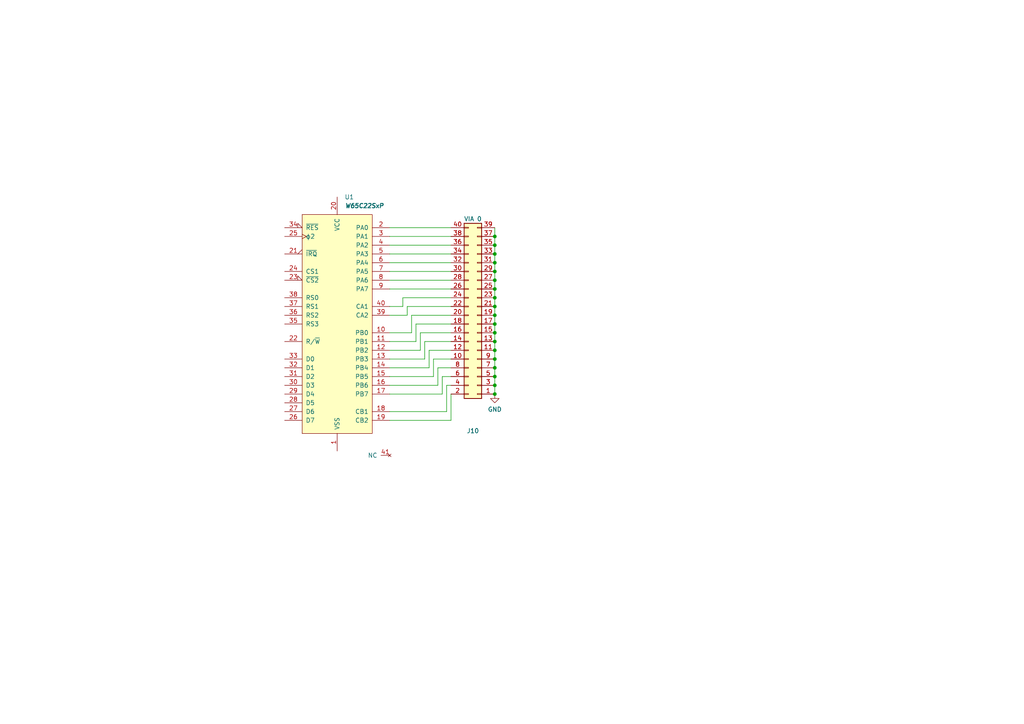
<source format=kicad_sch>
(kicad_sch (version 20250114) (generator "eeschema") (generator_version "9.0")
  (paper "A4")
  (lib_symbols
    (symbol "BB816:W65C22SxP" (pin_names (offset 1.016))
      (property "Reference" "U" (at -10.16 33.02 0))
      (property "Value" "W65C22SxP" (at 0 0 90))
      (symbol "W65C22SxP_0_1"
        (rectangle (start -10.16 31.75) (end 10.16 -31.75) (fill (type background)))
      )
      (symbol "W65C22SxP_1_0"
        (pin no_connect line (at 15.24 -38.1 180) (length 2.54) (name "NC") (number "41"))
      )
      (symbol "W65C22SxP_1_1"
        (pin input input_low (at -15.24 27.94 0) (length 5.08) (name "~{RES}") (number "34"))
        (pin input clock (at -15.24 25.4 0) (length 5.08) (name "ϕ2") (number "25"))
        (pin output output_low (at -15.24 20.32 0) (length 5.08) (name "~{IRQ}") (number "21"))
        (pin input line (at -15.24 15.24 0) (length 5.08) (name "CS1") (number "24"))
        (pin input input_low (at -15.24 12.7 0) (length 5.08) (name "~{CS2}") (number "23"))
        (pin input line (at -15.24 7.62 0) (length 5.08) (name "RS0") (number "38"))
        (pin input line (at -15.24 5.08 0) (length 5.08) (name "RS1") (number "37"))
        (pin input line (at -15.24 2.54 0) (length 5.08) (name "RS2") (number "36"))
        (pin input line (at -15.24 0 0) (length 5.08) (name "RS3") (number "35"))
        (pin input line (at -15.24 -5.08 0) (length 5.08) (name "R/~{W}") (number "22"))
        (pin bidirectional line (at -15.24 -10.16 0) (length 5.08) (name "D0") (number "33"))
        (pin bidirectional line (at -15.24 -12.7 0) (length 5.08) (name "D1") (number "32"))
        (pin bidirectional line (at -15.24 -15.24 0) (length 5.08) (name "D2") (number "31"))
        (pin bidirectional line (at -15.24 -17.78 0) (length 5.08) (name "D3") (number "30"))
        (pin bidirectional line (at -15.24 -20.32 0) (length 5.08) (name "D4") (number "29"))
        (pin bidirectional line (at -15.24 -22.86 0) (length 5.08) (name "D5") (number "28"))
        (pin bidirectional line (at -15.24 -25.4 0) (length 5.08) (name "D6") (number "27"))
        (pin bidirectional line (at -15.24 -27.94 0) (length 5.08) (name "D7") (number "26"))
        (pin power_in line (at 0 36.83 270) (length 5.08) (name "VCC") (number "20"))
        (pin power_in line (at 0 -36.83 90) (length 5.08) (name "VSS") (number "1"))
        (pin bidirectional line (at 15.24 27.94 180) (length 5.08) (name "PA0") (number "2"))
        (pin bidirectional line (at 15.24 25.4 180) (length 5.08) (name "PA1") (number "3"))
        (pin bidirectional line (at 15.24 22.86 180) (length 5.08) (name "PA2") (number "4"))
        (pin bidirectional line (at 15.24 20.32 180) (length 5.08) (name "PA3") (number "5"))
        (pin bidirectional line (at 15.24 17.78 180) (length 5.08) (name "PA4") (number "6"))
        (pin bidirectional line (at 15.24 15.24 180) (length 5.08) (name "PA5") (number "7"))
        (pin bidirectional line (at 15.24 12.7 180) (length 5.08) (name "PA6") (number "8"))
        (pin bidirectional line (at 15.24 10.16 180) (length 5.08) (name "PA7") (number "9"))
        (pin input line (at 15.24 5.08 180) (length 5.08) (name "CA1") (number "40"))
        (pin bidirectional line (at 15.24 2.54 180) (length 5.08) (name "CA2") (number "39"))
        (pin bidirectional line (at 15.24 -2.54 180) (length 5.08) (name "PB0") (number "10"))
        (pin bidirectional line (at 15.24 -5.08 180) (length 5.08) (name "PB1") (number "11"))
        (pin bidirectional line (at 15.24 -7.62 180) (length 5.08) (name "PB2") (number "12"))
        (pin bidirectional line (at 15.24 -10.16 180) (length 5.08) (name "PB3") (number "13"))
        (pin bidirectional line (at 15.24 -12.7 180) (length 5.08) (name "PB4") (number "14"))
        (pin bidirectional line (at 15.24 -15.24 180) (length 5.08) (name "PB5") (number "15"))
        (pin bidirectional line (at 15.24 -17.78 180) (length 5.08) (name "PB6") (number "16"))
        (pin bidirectional line (at 15.24 -20.32 180) (length 5.08) (name "PB7") (number "17"))
        (pin input line (at 15.24 -25.4 180) (length 5.08) (name "CB1") (number "18"))
        (pin bidirectional line (at 15.24 -27.94 180) (length 5.08) (name "CB2") (number "19"))
      )
    )
    (symbol "Connector_Generic:Conn_02x20_Odd_Even" (pin_names (offset 1.016) (hide yes))
      (property "Reference" "J" (at 1.27 25.4 0))
      (property "Value" "Conn_02x20_Odd_Even" (at 1.27 -27.94 0))
      (symbol "Conn_02x20_Odd_Even_1_1"
        (rectangle (start -1.27 24.13) (end 3.81 -26.67) (stroke (width 0.254)) (fill (type background)))
        (rectangle (start -1.27 22.987) (end 0 22.733) (stroke (width 0.1524)))
        (rectangle (start -1.27 20.447) (end 0 20.193) (stroke (width 0.1524)))
        (rectangle (start -1.27 17.907) (end 0 17.653) (stroke (width 0.1524)))
        (rectangle (start -1.27 15.367) (end 0 15.113) (stroke (width 0.1524)))
        (rectangle (start -1.27 12.827) (end 0 12.573) (stroke (width 0.1524)))
        (rectangle (start -1.27 10.287) (end 0 10.033) (stroke (width 0.1524)))
        (rectangle (start -1.27 7.747) (end 0 7.493) (stroke (width 0.1524)))
        (rectangle (start -1.27 5.207) (end 0 4.953) (stroke (width 0.1524)))
        (rectangle (start -1.27 2.667) (end 0 2.413) (stroke (width 0.1524)))
        (rectangle (start -1.27 0.127) (end 0 -0.127) (stroke (width 0.1524)))
        (rectangle (start -1.27 -2.413) (end 0 -2.667) (stroke (width 0.1524)))
        (rectangle (start -1.27 -4.953) (end 0 -5.207) (stroke (width 0.1524)))
        (rectangle (start -1.27 -7.493) (end 0 -7.747) (stroke (width 0.1524)))
        (rectangle (start -1.27 -10.033) (end 0 -10.287) (stroke (width 0.1524)))
        (rectangle (start -1.27 -12.573) (end 0 -12.827) (stroke (width 0.1524)))
        (rectangle (start -1.27 -15.113) (end 0 -15.367) (stroke (width 0.1524)))
        (rectangle (start -1.27 -17.653) (end 0 -17.907) (stroke (width 0.1524)))
        (rectangle (start -1.27 -20.193) (end 0 -20.447) (stroke (width 0.1524)))
        (rectangle (start -1.27 -22.733) (end 0 -22.987) (stroke (width 0.1524)))
        (rectangle (start -1.27 -25.273) (end 0 -25.527) (stroke (width 0.1524)))
        (rectangle (start 3.81 22.987) (end 2.54 22.733) (stroke (width 0.1524)))
        (rectangle (start 3.81 20.447) (end 2.54 20.193) (stroke (width 0.1524)))
        (rectangle (start 3.81 17.907) (end 2.54 17.653) (stroke (width 0.1524)))
        (rectangle (start 3.81 15.367) (end 2.54 15.113) (stroke (width 0.1524)))
        (rectangle (start 3.81 12.827) (end 2.54 12.573) (stroke (width 0.1524)))
        (rectangle (start 3.81 10.287) (end 2.54 10.033) (stroke (width 0.1524)))
        (rectangle (start 3.81 7.747) (end 2.54 7.493) (stroke (width 0.1524)))
        (rectangle (start 3.81 5.207) (end 2.54 4.953) (stroke (width 0.1524)))
        (rectangle (start 3.81 2.667) (end 2.54 2.413) (stroke (width 0.1524)))
        (rectangle (start 3.81 0.127) (end 2.54 -0.127) (stroke (width 0.1524)))
        (rectangle (start 3.81 -2.413) (end 2.54 -2.667) (stroke (width 0.1524)))
        (rectangle (start 3.81 -4.953) (end 2.54 -5.207) (stroke (width 0.1524)))
        (rectangle (start 3.81 -7.493) (end 2.54 -7.747) (stroke (width 0.1524)))
        (rectangle (start 3.81 -10.033) (end 2.54 -10.287) (stroke (width 0.1524)))
        (rectangle (start 3.81 -12.573) (end 2.54 -12.827) (stroke (width 0.1524)))
        (rectangle (start 3.81 -15.113) (end 2.54 -15.367) (stroke (width 0.1524)))
        (rectangle (start 3.81 -17.653) (end 2.54 -17.907) (stroke (width 0.1524)))
        (rectangle (start 3.81 -20.193) (end 2.54 -20.447) (stroke (width 0.1524)))
        (rectangle (start 3.81 -22.733) (end 2.54 -22.987) (stroke (width 0.1524)))
        (rectangle (start 3.81 -25.273) (end 2.54 -25.527) (stroke (width 0.1524)))
        (pin passive line (at -5.08 22.86 0) (length 3.81) (name "Pin_1") (number "1"))
        (pin passive line (at -5.08 20.32 0) (length 3.81) (name "Pin_3") (number "3"))
        (pin passive line (at -5.08 17.78 0) (length 3.81) (name "Pin_5") (number "5"))
        (pin passive line (at -5.08 15.24 0) (length 3.81) (name "Pin_7") (number "7"))
        (pin passive line (at -5.08 12.7 0) (length 3.81) (name "Pin_9") (number "9"))
        (pin passive line (at -5.08 10.16 0) (length 3.81) (name "Pin_11") (number "11"))
        (pin passive line (at -5.08 7.62 0) (length 3.81) (name "Pin_13") (number "13"))
        (pin passive line (at -5.08 5.08 0) (length 3.81) (name "Pin_15") (number "15"))
        (pin passive line (at -5.08 2.54 0) (length 3.81) (name "Pin_17") (number "17"))
        (pin passive line (at -5.08 0 0) (length 3.81) (name "Pin_19") (number "19"))
        (pin passive line (at -5.08 -2.54 0) (length 3.81) (name "Pin_21") (number "21"))
        (pin passive line (at -5.08 -5.08 0) (length 3.81) (name "Pin_23") (number "23"))
        (pin passive line (at -5.08 -7.62 0) (length 3.81) (name "Pin_25") (number "25"))
        (pin passive line (at -5.08 -10.16 0) (length 3.81) (name "Pin_27") (number "27"))
        (pin passive line (at -5.08 -12.7 0) (length 3.81) (name "Pin_29") (number "29"))
        (pin passive line (at -5.08 -15.24 0) (length 3.81) (name "Pin_31") (number "31"))
        (pin passive line (at -5.08 -17.78 0) (length 3.81) (name "Pin_33") (number "33"))
        (pin passive line (at -5.08 -20.32 0) (length 3.81) (name "Pin_35") (number "35"))
        (pin passive line (at -5.08 -22.86 0) (length 3.81) (name "Pin_37") (number "37"))
        (pin passive line (at -5.08 -25.4 0) (length 3.81) (name "Pin_39") (number "39"))
        (pin passive line (at 7.62 22.86 180) (length 3.81) (name "Pin_2") (number "2"))
        (pin passive line (at 7.62 20.32 180) (length 3.81) (name "Pin_4") (number "4"))
        (pin passive line (at 7.62 17.78 180) (length 3.81) (name "Pin_6") (number "6"))
        (pin passive line (at 7.62 15.24 180) (length 3.81) (name "Pin_8") (number "8"))
        (pin passive line (at 7.62 12.7 180) (length 3.81) (name "Pin_10") (number "10"))
        (pin passive line (at 7.62 10.16 180) (length 3.81) (name "Pin_12") (number "12"))
        (pin passive line (at 7.62 7.62 180) (length 3.81) (name "Pin_14") (number "14"))
        (pin passive line (at 7.62 5.08 180) (length 3.81) (name "Pin_16") (number "16"))
        (pin passive line (at 7.62 2.54 180) (length 3.81) (name "Pin_18") (number "18"))
        (pin passive line (at 7.62 0 180) (length 3.81) (name "Pin_20") (number "20"))
        (pin passive line (at 7.62 -2.54 180) (length 3.81) (name "Pin_22") (number "22"))
        (pin passive line (at 7.62 -5.08 180) (length 3.81) (name "Pin_24") (number "24"))
        (pin passive line (at 7.62 -7.62 180) (length 3.81) (name "Pin_26") (number "26"))
        (pin passive line (at 7.62 -10.16 180) (length 3.81) (name "Pin_28") (number "28"))
        (pin passive line (at 7.62 -12.7 180) (length 3.81) (name "Pin_30") (number "30"))
        (pin passive line (at 7.62 -15.24 180) (length 3.81) (name "Pin_32") (number "32"))
        (pin passive line (at 7.62 -17.78 180) (length 3.81) (name "Pin_34") (number "34"))
        (pin passive line (at 7.62 -20.32 180) (length 3.81) (name "Pin_36") (number "36"))
        (pin passive line (at 7.62 -22.86 180) (length 3.81) (name "Pin_38") (number "38"))
        (pin passive line (at 7.62 -25.4 180) (length 3.81) (name "Pin_40") (number "40"))
      )
    )
    (symbol "power:GND" (power) (pin_names (offset 0))
      (property "Value" "GND" (at 0 -3.81 0))
      (symbol "GND_0_1"
        (polyline (pts (xy 0 0) (xy 0 -1.27) (xy 1.27 -1.27) (xy 0 -2.54) (xy -1.27 -1.27) (xy 0 -1.27)))
      )
      (symbol "GND_1_1"
        (pin power_in line (at 0 0 270) (length 0) (hide yes) (name "GND") (number "1"))
      )
    )
  )
  (junction (at 143.51 111.76))
  (junction (at 143.51 86.36))
  (junction (at 143.51 101.6))
  (junction (at 143.51 99.06))
  (junction (at 143.51 78.74))
  (junction (at 143.51 96.52))
  (junction (at 143.51 91.44))
  (junction (at 143.51 83.82))
  (junction (at 143.51 114.3))
  (junction (at 143.51 71.12))
  (junction (at 143.51 76.2))
  (junction (at 143.51 68.58))
  (junction (at 143.51 81.28))
  (junction (at 143.51 88.9))
  (junction (at 143.51 73.66))
  (junction (at 143.51 106.68))
  (junction (at 143.51 109.22))
  (junction (at 143.51 93.98))
  (junction (at 143.51 104.14))
  (wire (pts (xy 143.51 88.9) (xy 143.51 91.44)))
  (wire (pts (xy 143.51 73.66) (xy 143.51 76.2)))
  (wire (pts (xy 113.03 111.76) (xy 127 111.76)))
  (wire (pts (xy 143.51 111.76) (xy 143.51 114.3)))
  (wire (pts (xy 113.03 121.92) (xy 130.81 121.92)))
  (wire (pts (xy 129.54 119.38) (xy 129.54 111.76)))
  (wire (pts (xy 113.03 114.3) (xy 128.27 114.3)))
  (wire (pts (xy 143.51 76.2) (xy 143.51 78.74)))
  (wire (pts (xy 113.03 104.14) (xy 123.19 104.14)))
  (wire (pts (xy 113.03 81.28) (xy 130.81 81.28)))
  (wire (pts (xy 121.92 101.6) (xy 121.92 96.52)))
  (wire (pts (xy 113.03 91.44) (xy 118.11 91.44)))
  (wire (pts (xy 130.81 121.92) (xy 130.81 114.3)))
  (wire (pts (xy 113.03 96.52) (xy 119.38 96.52)))
  (wire (pts (xy 124.46 101.6) (xy 130.81 101.6)))
  (wire (pts (xy 113.03 76.2) (xy 130.81 76.2)))
  (wire (pts (xy 113.03 109.22) (xy 125.73 109.22)))
  (wire (pts (xy 143.51 91.44) (xy 143.51 93.98)))
  (wire (pts (xy 125.73 104.14) (xy 130.81 104.14)))
  (wire (pts (xy 143.51 101.6) (xy 143.51 104.14)))
  (wire (pts (xy 113.03 73.66) (xy 130.81 73.66)))
  (wire (pts (xy 143.51 71.12) (xy 143.51 73.66)))
  (wire (pts (xy 113.03 71.12) (xy 130.81 71.12)))
  (wire (pts (xy 143.51 93.98) (xy 143.51 96.52)))
  (wire (pts (xy 116.84 88.9) (xy 116.84 86.36)))
  (wire (pts (xy 113.03 83.82) (xy 130.81 83.82)))
  (wire (pts (xy 143.51 83.82) (xy 143.51 86.36)))
  (wire (pts (xy 116.84 86.36) (xy 130.81 86.36)))
  (wire (pts (xy 113.03 106.68) (xy 124.46 106.68)))
  (wire (pts (xy 143.51 78.74) (xy 143.51 81.28)))
  (wire (pts (xy 143.51 66.04) (xy 143.51 68.58)))
  (wire (pts (xy 123.19 104.14) (xy 123.19 99.06)))
  (wire (pts (xy 113.03 68.58) (xy 130.81 68.58)))
  (wire (pts (xy 120.65 93.98) (xy 130.81 93.98)))
  (wire (pts (xy 127 111.76) (xy 127 106.68)))
  (wire (pts (xy 118.11 88.9) (xy 130.81 88.9)))
  (wire (pts (xy 113.03 99.06) (xy 120.65 99.06)))
  (wire (pts (xy 127 106.68) (xy 130.81 106.68)))
  (wire (pts (xy 143.51 81.28) (xy 143.51 83.82)))
  (wire (pts (xy 119.38 91.44) (xy 130.81 91.44)))
  (wire (pts (xy 143.51 86.36) (xy 143.51 88.9)))
  (wire (pts (xy 113.03 88.9) (xy 116.84 88.9)))
  (wire (pts (xy 143.51 99.06) (xy 143.51 101.6)))
  (wire (pts (xy 143.51 68.58) (xy 143.51 71.12)))
  (wire (pts (xy 123.19 99.06) (xy 130.81 99.06)))
  (wire (pts (xy 119.38 96.52) (xy 119.38 91.44)))
  (wire (pts (xy 128.27 109.22) (xy 130.81 109.22)))
  (wire (pts (xy 124.46 106.68) (xy 124.46 101.6)))
  (wire (pts (xy 128.27 114.3) (xy 128.27 109.22)))
  (wire (pts (xy 125.73 109.22) (xy 125.73 104.14)))
  (wire (pts (xy 120.65 99.06) (xy 120.65 93.98)))
  (wire (pts (xy 113.03 119.38) (xy 129.54 119.38)))
  (wire (pts (xy 143.51 96.52) (xy 143.51 99.06)))
  (wire (pts (xy 129.54 111.76) (xy 130.81 111.76)))
  (wire (pts (xy 113.03 78.74) (xy 130.81 78.74)))
  (wire (pts (xy 121.92 96.52) (xy 130.81 96.52)))
  (wire (pts (xy 118.11 91.44) (xy 118.11 88.9)))
  (wire (pts (xy 113.03 66.04) (xy 130.81 66.04)))
  (wire (pts (xy 143.51 104.14) (xy 143.51 106.68)))
  (wire (pts (xy 113.03 101.6) (xy 121.92 101.6)))
  (wire (pts (xy 143.51 106.68) (xy 143.51 109.22)))
  (wire (pts (xy 143.51 109.22) (xy 143.51 111.76)))
  (symbol (lib_id "Connector_Generic:Conn_02x20_Odd_Even") (at 138.43 91.44 180) (unit 1)
    (property "Reference" "J10" (at 137.16 124.968 0))
    (property "Value" "VIA 0" (at 137.16 63.5 0))
    (property "Footprint" "Connector_PinHeader_2.54mm:PinHeader_2x20_P2.54mm_Vertical" (effects (hide yes)))
    (property "Description" "Generic connector, double row, 02x20, odd/even pin numbering scheme (row 1 odd numbers, row 2 even numbers), script generated (kicad-library-utils/schlib/autogen/connector/)" (effects (hide yes)))
  )
  (symbol (lib_id "power:GND") (at 143.51 114.3 0) (unit 1)
    (property "Reference" "#PWR014" (effects (hide yes)))
    (property "Value" "GND" (at 143.51 118.745 0))
  )
  (symbol (lib_id "BB816:W65C22SxP") (at 97.79 93.98 0) (unit 1)
    (property "Reference" "U1" (at 99.9333 57.15 0) (effects (justify left)))
    (property "Value" "W65C22SxP" (at 99.9333 59.69 0) (effects (font (bold yes) (italic yes)) (justify left)))
    (property "Footprint" "Package_DIP:DIP-40_W15.24mm_Socket" (effects (hide yes)))
    (property "Datasheet" "http://www.westerndesigncenter.com/wdc/documentation/w65c22.pdf" (effects (hide yes)))
    (property "Description" "W65C22S CMOS Versatile Interface Adapter (VIA), 20-pin I/O, 2 Timer/Counters, DIP-40" (effects (hide yes)))
  )
)
</source>
